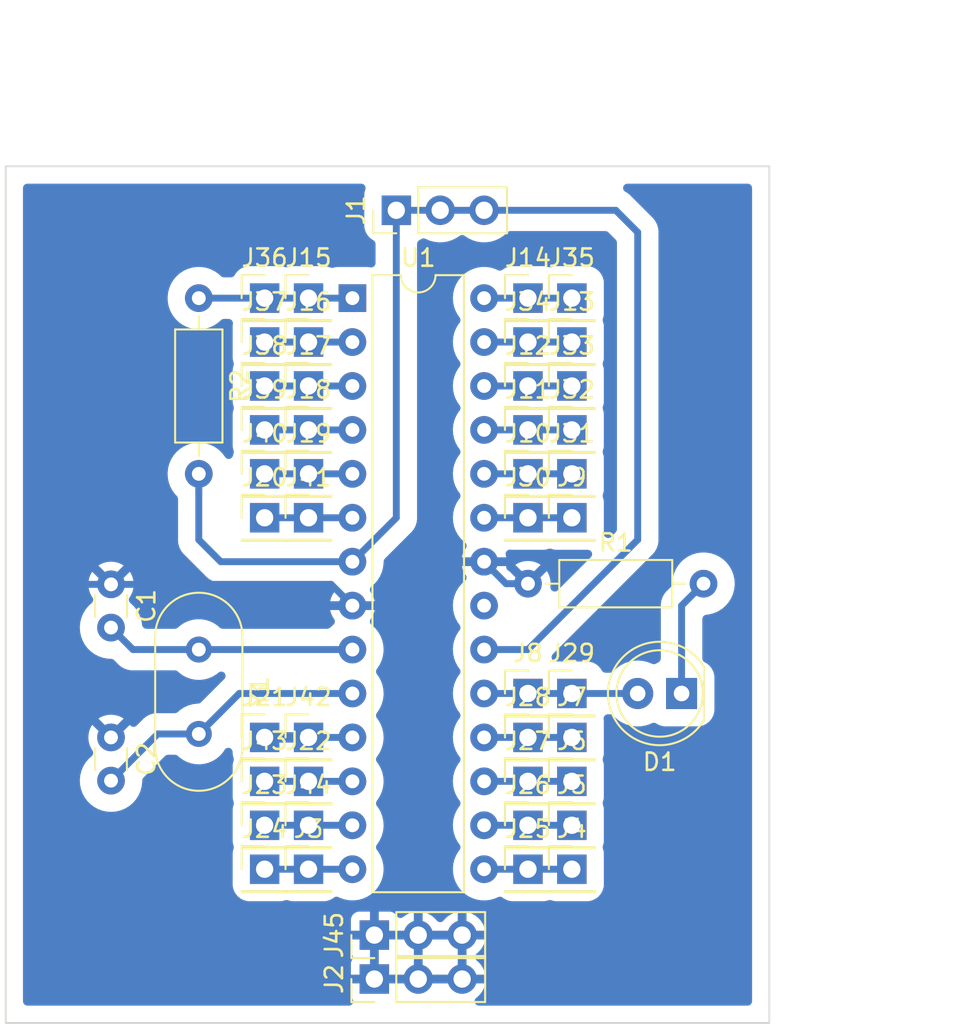
<source format=kicad_pcb>
(kicad_pcb (version 20240108) (generator "pcbnew") (generator_version "8.0")
  (layers (0 "F.Cu" signal) (31 "B.Cu" signal) (34 "B.Paste" user) (35 "F.Paste" user) (36 "B.SilkS" user "B.Silkscreen") (37 "F.SilkS" user "F.Silkscreen") (38 "B.Mask" user) (39 "F.Mask" user) (44 "Edge.Cuts" user))
  (net 0 "")
  (net 1 "GND")
  (net 2 "X1")
  (net 3 "X2")
  (net 4 "Net-(D1-Pad1)")
  (net 5 "D13")
  (net 6 "POWER_5V")
  (net 7 "RESET")
  (net 8 "Net-(U1-Pad21)")
  (net 9 "D8")
  (net 10 "D9")
  (net 11 "D10")
  (net 12 "D11")
  (net 13 "D12")
  (net 14 "A0")
  (net 15 "A1")
  (net 16 "A2")
  (net 17 "A3")
  (net 18 "A4")
  (net 19 "A5")
  (net 20 "D0")
  (net 21 "D1")
  (net 22 "D2")
  (net 23 "D3")
  (net 24 "D4")
  (net 25 "D5")
  (net 26 "D6")
  (net 27 "D7")
  (footprint "Capacitor_THT:C_Disc_D3.0mm_W1.6mm_P2.50mm" (layer "F.Cu") (at 63.5 73.7 -90)
    (property "Reference" "C1" (at 1.25 -2.05 90) (layer "F.SilkS"))
    (property "Value" "C")
    (pad "1" thru_hole circle (at 0 0 270) (size 1.6 1.6) (drill 0.8) (layers "*.Cu" "*.Mask") (net 1 "GND"))
    (pad "2" thru_hole circle (at 2.5 0 270) (size 1.6 1.6) (drill 0.8) (layers "*.Cu" "*.Mask") (net 2 "X1"))
  )
  (footprint "Capacitor_THT:C_Disc_D3.0mm_W1.6mm_P2.50mm" (layer "F.Cu") (at 63.5 82.55 -90)
    (property "Reference" "C2" (at 1.25 -2.05 90) (layer "F.SilkS"))
    (property "Value" "C")
    (pad "1" thru_hole circle (at 0 0 270) (size 1.6 1.6) (drill 0.8) (layers "*.Cu" "*.Mask") (net 1 "GND"))
    (pad "2" thru_hole circle (at 2.5 0 270) (size 1.6 1.6) (drill 0.8) (layers "*.Cu" "*.Mask") (net 3 "X2"))
  )
  (footprint "LED_THT:LED_D5.0mm" (layer "F.Cu") (at 96.52 80.01 180)
    (property "Reference" "D1" (at 1.27 -3.96 0) (layer "F.SilkS"))
    (property "Value" "LED")
    (pad "1" thru_hole rect (at 0 0 180) (size 1.8 1.8) (drill 0.9) (layers "*.Cu" "*.Mask") (net 4 "Net-(D1-Pad1)"))
    (pad "2" thru_hole circle (at 2.54 0 180) (size 1.8 1.8) (drill 0.9) (layers "*.Cu" "*.Mask") (net 5 "D13"))
  )
  (footprint "Connector_PinHeader_2.54mm:PinHeader_1x03_P2.54mm_Vertical" (layer "F.Cu") (at 80.01 52.07 90)
    (property "Reference" "J1" (at 0 -2.33 90) (layer "F.SilkS"))
    (property "Value" "+5V")
    (pad "1" thru_hole rect (at 0 0 90) (size 1.7 1.7) (drill 1) (layers "*.Cu" "*.Mask") (net 6 "POWER_5V"))
    (pad "2" thru_hole oval (at 0 2.54 90) (size 1.7 1.7) (drill 1) (layers "*.Cu" "*.Mask") (net 6 "POWER_5V"))
    (pad "3" thru_hole oval (at 0 5.08 90) (size 1.7 1.7) (drill 1) (layers "*.Cu" "*.Mask") (net 6 "POWER_5V"))
  )
  (footprint "Connector_PinHeader_2.54mm:PinHeader_1x03_P2.54mm_Vertical" (layer "F.Cu") (at 78.74 96.52 90)
    (property "Reference" "J2" (at 0 -2.33 90) (layer "F.SilkS"))
    (property "Value" "GND")
    (pad "1" thru_hole rect (at 0 0 90) (size 1.7 1.7) (drill 1) (layers "*.Cu" "*.Mask") (net 1 "GND"))
    (pad "2" thru_hole oval (at 0 2.54 90) (size 1.7 1.7) (drill 1) (layers "*.Cu" "*.Mask") (net 1 "GND"))
    (pad "3" thru_hole oval (at 0 5.08 90) (size 1.7 1.7) (drill 1) (layers "*.Cu" "*.Mask") (net 1 "GND"))
  )
  (footprint "Connector_PinHeader_2.54mm:PinHeader_1x01_P2.54mm_Vertical" (layer "F.Cu") (at 90.17 90.17)
    (property "Reference" "J4" (at 0 -2.33 0) (layer "F.SilkS"))
    (property "Value" "D9")
    (pad "1" thru_hole rect (at 0 0) (size 1.7 1.7) (drill 1) (layers "*.Cu" "*.Mask") (net 10 "D9"))
  )
  (footprint "Connector_PinHeader_2.54mm:PinHeader_1x01_P2.54mm_Vertical" (layer "F.Cu") (at 90.17 85.09)
    (property "Reference" "J6" (at 0 -2.33 0) (layer "F.SilkS"))
    (property "Value" "D11")
    (pad "1" thru_hole rect (at 0 0) (size 1.7 1.7) (drill 1) (layers "*.Cu" "*.Mask") (net 12 "D11"))
  )
  (footprint "Connector_PinHeader_2.54mm:PinHeader_1x01_P2.54mm_Vertical" (layer "F.Cu") (at 90.17 82.55)
    (property "Reference" "J7" (at 0 -2.33 0) (layer "F.SilkS"))
    (property "Value" "D12")
    (pad "1" thru_hole rect (at 0 0) (size 1.7 1.7) (drill 1) (layers "*.Cu" "*.Mask") (net 13 "D12"))
  )
  (footprint "Connector_PinHeader_2.54mm:PinHeader_1x01_P2.54mm_Vertical" (layer "F.Cu") (at 87.63 80.01)
    (property "Reference" "J8" (at 0 -2.33 0) (layer "F.SilkS"))
    (property "Value" "D13")
    (pad "1" thru_hole rect (at 0 0) (size 1.7 1.7) (drill 1) (layers "*.Cu" "*.Mask") (net 5 "D13"))
  )
  (footprint "Connector_PinHeader_2.54mm:PinHeader_1x01_P2.54mm_Vertical" (layer "F.Cu") (at 90.17 69.85)
    (property "Reference" "J9" (at 0 -2.33 0) (layer "F.SilkS"))
    (property "Value" "A0")
    (pad "1" thru_hole rect (at 0 0) (size 1.7 1.7) (drill 1) (layers "*.Cu" "*.Mask") (net 14 "A0"))
  )
  (footprint "Connector_PinHeader_2.54mm:PinHeader_1x01_P2.54mm_Vertical" (layer "F.Cu") (at 87.63 67.31)
    (property "Reference" "J10" (at 0 -2.33 0) (layer "F.SilkS"))
    (property "Value" "A1")
    (pad "1" thru_hole rect (at 0 0) (size 1.7 1.7) (drill 1) (layers "*.Cu" "*.Mask") (net 15 "A1"))
  )
  (footprint "Connector_PinHeader_2.54mm:PinHeader_1x01_P2.54mm_Vertical" (layer "F.Cu") (at 87.63 64.77)
    (property "Reference" "J11" (at 0 -2.33 0) (layer "F.SilkS"))
    (property "Value" "A2")
    (pad "1" thru_hole rect (at 0 0) (size 1.7 1.7) (drill 1) (layers "*.Cu" "*.Mask") (net 16 "A2"))
  )
  (footprint "Connector_PinHeader_2.54mm:PinHeader_1x01_P2.54mm_Vertical" (layer "F.Cu") (at 87.63 62.23)
    (property "Reference" "J12" (at 0 -2.33 0) (layer "F.SilkS"))
    (property "Value" "A3")
    (pad "1" thru_hole rect (at 0 0) (size 1.7 1.7) (drill 1) (layers "*.Cu" "*.Mask") (net 17 "A3"))
  )
  (footprint "Connector_PinHeader_2.54mm:PinHeader_1x01_P2.54mm_Vertical" (layer "F.Cu") (at 90.17 59.69)
    (property "Reference" "J13" (at 0 -2.33 0) (layer "F.SilkS"))
    (property "Value" "A4")
    (pad "1" thru_hole rect (at 0 0) (size 1.7 1.7) (drill 1) (layers "*.Cu" "*.Mask") (net 18 "A4"))
  )
  (footprint "Connector_PinHeader_2.54mm:PinHeader_1x01_P2.54mm_Vertical" (layer "F.Cu") (at 87.63 57.15)
    (property "Reference" "J14" (at 0 -2.33 0) (layer "F.SilkS"))
    (property "Value" "A5")
    (pad "1" thru_hole rect (at 0 0) (size 1.7 1.7) (drill 1) (layers "*.Cu" "*.Mask") (net 19 "A5"))
  )
  (footprint "Connector_PinHeader_2.54mm:PinHeader_1x01_P2.54mm_Vertical" (layer "F.Cu") (at 74.93 57.15)
    (property "Reference" "J15" (at 0 -2.33 0) (layer "F.SilkS"))
    (property "Value" "RESET")
    (pad "1" thru_hole rect (at 0 0) (size 1.7 1.7) (drill 1) (layers "*.Cu" "*.Mask") (net 7 "RESET"))
  )
  (footprint "Connector_PinHeader_2.54mm:PinHeader_1x01_P2.54mm_Vertical" (layer "F.Cu") (at 74.93 59.69)
    (property "Reference" "J16" (at 0 -2.33 0) (layer "F.SilkS"))
    (property "Value" "D0")
    (pad "1" thru_hole rect (at 0 0) (size 1.7 1.7) (drill 1) (layers "*.Cu" "*.Mask") (net 20 "D0"))
  )
  (footprint "Connector_PinHeader_2.54mm:PinHeader_1x01_P2.54mm_Vertical" (layer "F.Cu") (at 74.93 64.77)
    (property "Reference" "J18" (at 0 -2.33 0) (layer "F.SilkS"))
    (property "Value" "D2")
    (pad "1" thru_hole rect (at 0 0) (size 1.7 1.7) (drill 1) (layers "*.Cu" "*.Mask") (net 22 "D2"))
  )
  (footprint "Connector_PinHeader_2.54mm:PinHeader_1x01_P2.54mm_Vertical" (layer "F.Cu") (at 72.39 69.85)
    (property "Reference" "J20" (at 0 -2.33 0) (layer "F.SilkS"))
    (property "Value" "D4")
    (pad "1" thru_hole rect (at 0 0) (size 1.7 1.7) (drill 1) (layers "*.Cu" "*.Mask") (net 24 "D4"))
  )
  (footprint "Connector_PinHeader_2.54mm:PinHeader_1x01_P2.54mm_Vertical" (layer "F.Cu") (at 74.93 85.09)
    (property "Reference" "J22" (at 0 -2.33 0) (layer "F.SilkS"))
    (property "Value" "D6")
    (pad "1" thru_hole rect (at 0 0) (size 1.7 1.7) (drill 1) (layers "*.Cu" "*.Mask") (net 26 "D6"))
  )
  (footprint "Connector_PinHeader_2.54mm:PinHeader_1x01_P2.54mm_Vertical" (layer "F.Cu") (at 87.63 90.17)
    (property "Reference" "J25" (at 0 -2.33 0) (layer "F.SilkS"))
    (property "Value" "D8")
    (pad "1" thru_hole rect (at 0 0) (size 1.7 1.7) (drill 1) (layers "*.Cu" "*.Mask") (net 10 "D9"))
  )
  (footprint "Connector_PinHeader_2.54mm:PinHeader_1x01_P2.54mm_Vertical" (layer "F.Cu") (at 87.63 87.63)
    (property "Reference" "J26" (at 0 -2.33 0) (layer "F.SilkS"))
    (property "Value" "D8")
    (pad "1" thru_hole rect (at 0 0) (size 1.7 1.7) (drill 1) (layers "*.Cu" "*.Mask") (net 11 "D10"))
  )
  (footprint "Connector_PinHeader_2.54mm:PinHeader_1x01_P2.54mm_Vertical" (layer "F.Cu") (at 87.63 82.55)
    (property "Reference" "J28" (at 0 -2.33 0) (layer "F.SilkS"))
    (property "Value" "D8")
    (pad "1" thru_hole rect (at 0 0) (size 1.7 1.7) (drill 1) (layers "*.Cu" "*.Mask") (net 13 "D12"))
  )
  (footprint "Connector_PinHeader_2.54mm:PinHeader_1x01_P2.54mm_Vertical" (layer "F.Cu") (at 90.17 80.01)
    (property "Reference" "J29" (at 0 -2.33 0) (layer "F.SilkS"))
    (property "Value" "D8")
    (pad "1" thru_hole rect (at 0 0) (size 1.7 1.7) (drill 1) (layers "*.Cu" "*.Mask") (net 5 "D13"))
  )
  (footprint "Connector_PinHeader_2.54mm:PinHeader_1x01_P2.54mm_Vertical" (layer "F.Cu") (at 87.63 69.85)
    (property "Reference" "J30" (at 0 -2.33 0) (layer "F.SilkS"))
    (property "Value" "D8")
    (pad "1" thru_hole rect (at 0 0) (size 1.7 1.7) (drill 1) (layers "*.Cu" "*.Mask") (net 14 "A0"))
  )
  (footprint "Connector_PinHeader_2.54mm:PinHeader_1x01_P2.54mm_Vertical" (layer "F.Cu") (at 90.17 64.77)
    (property "Reference" "J32" (at 0 -2.33 0) (layer "F.SilkS"))
    (property "Value" "D8")
    (pad "1" thru_hole rect (at 0 0) (size 1.7 1.7) (drill 1) (layers "*.Cu" "*.Mask") (net 16 "A2"))
  )
  (footprint "Connector_PinHeader_2.54mm:PinHeader_1x01_P2.54mm_Vertical" (layer "F.Cu") (at 90.17 62.23)
    (property "Reference" "J33" (at 0 -2.33 0) (layer "F.SilkS"))
    (property "Value" "D8")
    (pad "1" thru_hole rect (at 0 0) (size 1.7 1.7) (drill 1) (layers "*.Cu" "*.Mask") (net 17 "A3"))
  )
  (footprint "Connector_PinHeader_2.54mm:PinHeader_1x01_P2.54mm_Vertical" (layer "F.Cu") (at 87.63 59.69)
    (property "Reference" "J34" (at 0 -2.33 0) (layer "F.SilkS"))
    (property "Value" "D8")
    (pad "1" thru_hole rect (at 0 0) (size 1.7 1.7) (drill 1) (layers "*.Cu" "*.Mask") (net 18 "A4"))
  )
  (footprint "Connector_PinHeader_2.54mm:PinHeader_1x01_P2.54mm_Vertical" (layer "F.Cu") (at 72.39 57.15)
    (property "Reference" "J36" (at 0 -2.33 0) (layer "F.SilkS"))
    (property "Value" "D8")
    (pad "1" thru_hole rect (at 0 0) (size 1.7 1.7) (drill 1) (layers "*.Cu" "*.Mask") (net 7 "RESET"))
  )
  (footprint "Connector_PinHeader_2.54mm:PinHeader_1x01_P2.54mm_Vertical" (layer "F.Cu") (at 72.39 59.69)
    (property "Reference" "J37" (at 0 -2.33 0) (layer "F.SilkS"))
    (property "Value" "D8")
    (pad "1" thru_hole rect (at 0 0) (size 1.7 1.7) (drill 1) (layers "*.Cu" "*.Mask") (net 20 "D0"))
  )
  (footprint "Connector_PinHeader_2.54mm:PinHeader_1x01_P2.54mm_Vertical" (layer "F.Cu") (at 72.39 62.23)
    (property "Reference" "J38" (at 0 -2.33 0) (layer "F.SilkS"))
    (property "Value" "D8")
    (pad "1" thru_hole rect (at 0 0) (size 1.7 1.7) (drill 1) (layers "*.Cu" "*.Mask") (net 21 "D1"))
  )
  (footprint "Connector_PinHeader_2.54mm:PinHeader_1x01_P2.54mm_Vertical" (layer "F.Cu") (at 72.39 64.77)
    (property "Reference" "J39" (at 0 -2.33 0) (layer "F.SilkS"))
    (property "Value" "D8")
    (pad "1" thru_hole rect (at 0 0) (size 1.7 1.7) (drill 1) (layers "*.Cu" "*.Mask") (net 22 "D2"))
  )
  (footprint "Connector_PinHeader_2.54mm:PinHeader_1x01_P2.54mm_Vertical" (layer "F.Cu") (at 72.39 67.31)
    (property "Reference" "J40" (at 0 -2.33 0) (layer "F.SilkS"))
    (property "Value" "D8")
    (pad "1" thru_hole rect (at 0 0) (size 1.7 1.7) (drill 1) (layers "*.Cu" "*.Mask") (net 23 "D3"))
  )
  (footprint "Connector_PinHeader_2.54mm:PinHeader_1x01_P2.54mm_Vertical" (layer "F.Cu") (at 74.93 69.85)
    (property "Reference" "J41" (at 0 -2.33 0) (layer "F.SilkS"))
    (property "Value" "D8")
    (pad "1" thru_hole rect (at 0 0) (size 1.7 1.7) (drill 1) (layers "*.Cu" "*.Mask") (net 24 "D4"))
  )
  (footprint "Connector_PinHeader_2.54mm:PinHeader_1x01_P2.54mm_Vertical" (layer "F.Cu") (at 74.93 82.55)
    (property "Reference" "J42" (at 0 -2.33 0) (layer "F.SilkS"))
    (property "Value" "D8")
    (pad "1" thru_hole rect (at 0 0) (size 1.7 1.7) (drill 1) (layers "*.Cu" "*.Mask") (net 25 "D5"))
  )
  (footprint "Connector_PinHeader_2.54mm:PinHeader_1x01_P2.54mm_Vertical" (layer "F.Cu") (at 72.39 85.09)
    (property "Reference" "J43" (at 0 -2.33 0) (layer "F.SilkS"))
    (property "Value" "D8")
    (pad "1" thru_hole rect (at 0 0) (size 1.7 1.7) (drill 1) (layers "*.Cu" "*.Mask") (net 26 "D6"))
  )
  (footprint "Resistor_THT:R_Axial_DIN0207_L6.3mm_D2.5mm_P10.16mm_Horizontal" (layer "F.Cu") (at 87.63 73.66)
    (property "Reference" "R1" (at 5.08 -2.37 0) (layer "F.SilkS"))
    (property "Value" "270")
    (pad "1" thru_hole circle (at 0 0) (size 1.6 1.6) (drill 0.8) (layers "*.Cu" "*.Mask") (net 1 "GND"))
    (pad "2" thru_hole oval (at 10.16 0) (size 1.6 1.6) (drill 0.8) (layers "*.Cu" "*.Mask") (net 4 "Net-(D1-Pad1)"))
  )
  (footprint "Package_DIP:DIP-28_W7.62mm" (layer "F.Cu") (at 77.47 57.15)
    (property "Reference" "U1" (at 3.81 -2.33 0) (layer "F.SilkS"))
    (property "Value" "ATmega328-PU")
    (pad "1" thru_hole rect (at 0 0) (size 1.6 1.6) (drill 0.8) (layers "*.Cu" "*.Mask") (net 7 "RESET"))
    (pad "2" thru_hole oval (at 0 2.54) (size 1.6 1.6) (drill 0.8) (layers "*.Cu" "*.Mask") (net 20 "D0"))
    (pad "3" thru_hole oval (at 0 5.08) (size 1.6 1.6) (drill 0.8) (layers "*.Cu" "*.Mask") (net 21 "D1"))
    (pad "4" thru_hole oval (at 0 7.62) (size 1.6 1.6) (drill 0.8) (layers "*.Cu" "*.Mask") (net 22 "D2"))
    (pad "5" thru_hole oval (at 0 10.16) (size 1.6 1.6) (drill 0.8) (layers "*.Cu" "*.Mask") (net 23 "D3"))
    (pad "6" thru_hole oval (at 0 12.7) (size 1.6 1.6) (drill 0.8) (layers "*.Cu" "*.Mask") (net 24 "D4"))
    (pad "7" thru_hole oval (at 0 15.24) (size 1.6 1.6) (drill 0.8) (layers "*.Cu" "*.Mask") (net 6 "POWER_5V"))
    (pad "8" thru_hole oval (at 0 17.78) (size 1.6 1.6) (drill 0.8) (layers "*.Cu" "*.Mask") (net 1 "GND"))
    (pad "9" thru_hole oval (at 0 20.32) (size 1.6 1.6) (drill 0.8) (layers "*.Cu" "*.Mask") (net 2 "X1"))
    (pad "10" thru_hole oval (at 0 22.86) (size 1.6 1.6) (drill 0.8) (layers "*.Cu" "*.Mask") (net 3 "X2"))
    (pad "11" thru_hole oval (at 0 25.4) (size 1.6 1.6) (drill 0.8) (layers "*.Cu" "*.Mask") (net 25 "D5"))
    (pad "12" thru_hole oval (at 0 27.94) (size 1.6 1.6) (drill 0.8) (layers "*.Cu" "*.Mask") (net 26 "D6"))
    (pad "13" thru_hole oval (at 0 30.48) (size 1.6 1.6) (drill 0.8) (layers "*.Cu" "*.Mask") (net 27 "D7"))
    (pad "14" thru_hole oval (at 0 33.02) (size 1.6 1.6) (drill 0.8) (layers "*.Cu" "*.Mask") (net 9 "D8"))
    (pad "15" thru_hole oval (at 7.62 33.02) (size 1.6 1.6) (drill 0.8) (layers "*.Cu" "*.Mask") (net 10 "D9"))
    (pad "16" thru_hole oval (at 7.62 30.48) (size 1.6 1.6) (drill 0.8) (layers "*.Cu" "*.Mask") (net 11 "D10"))
    (pad "17" thru_hole oval (at 7.62 27.94) (size 1.6 1.6) (drill 0.8) (layers "*.Cu" "*.Mask") (net 12 "D11"))
    (pad "18" thru_hole oval (at 7.62 25.4) (size 1.6 1.6) (drill 0.8) (layers "*.Cu" "*.Mask") (net 13 "D12"))
    (pad "19" thru_hole oval (at 7.62 22.86) (size 1.6 1.6) (drill 0.8) (layers "*.Cu" "*.Mask") (net 5 "D13"))
    (pad "20" thru_hole oval (at 7.62 20.32) (size 1.6 1.6) (drill 0.8) (layers "*.Cu" "*.Mask") (net 6 "POWER_5V"))
    (pad "21" thru_hole oval (at 7.62 17.78) (size 1.6 1.6) (drill 0.8) (layers "*.Cu" "*.Mask") (net 8 "Net-(U1-Pad21)"))
    (pad "22" thru_hole oval (at 7.62 15.24) (size 1.6 1.6) (drill 0.8) (layers "*.Cu" "*.Mask") (net 1 "GND"))
    (pad "23" thru_hole oval (at 7.62 12.7) (size 1.6 1.6) (drill 0.8) (layers "*.Cu" "*.Mask") (net 14 "A0"))
    (pad "24" thru_hole oval (at 7.62 10.16) (size 1.6 1.6) (drill 0.8) (layers "*.Cu" "*.Mask") (net 15 "A1"))
    (pad "25" thru_hole oval (at 7.62 7.62) (size 1.6 1.6) (drill 0.8) (layers "*.Cu" "*.Mask") (net 16 "A2"))
    (pad "26" thru_hole oval (at 7.62 5.08) (size 1.6 1.6) (drill 0.8) (layers "*.Cu" "*.Mask") (net 17 "A3"))
    (pad "27" thru_hole oval (at 7.62 2.54) (size 1.6 1.6) (drill 0.8) (layers "*.Cu" "*.Mask") (net 18 "A4"))
    (pad "28" thru_hole oval (at 7.62 0) (size 1.6 1.6) (drill 0.8) (layers "*.Cu" "*.Mask") (net 19 "A5"))
  )
  (footprint "Crystal:Crystal_HC49-4H_Vertical" (layer "F.Cu") (at 68.58 77.47 -90)
    (property "Reference" "Y1" (at 2.44 -3.525 90) (layer "F.SilkS"))
    (property "Value" "Crystal")
    (pad "1" thru_hole circle (at 0 0 270) (size 1.5 1.5) (drill 0.8) (layers "*.Cu" "*.Mask") (net 2 "X1"))
    (pad "2" thru_hole circle (at 4.88 0 270) (size 1.5 1.5) (drill 0.8) (layers "*.Cu" "*.Mask") (net 3 "X2"))
  )
  (footprint "Resistor_THT:R_Axial_DIN0207_L6.3mm_D2.5mm_P10.16mm_Horizontal" (layer "F.Cu") (at 68.58 57.15 -90)
    (property "Reference" "R2" (at 5.08 -2.37 90) (layer "F.SilkS"))
    (property "Value" "10k")
    (pad "1" thru_hole circle (at 0 0 270) (size 1.6 1.6) (drill 0.8) (layers "*.Cu" "*.Mask") (net 7 "RESET"))
    (pad "2" thru_hole oval (at 10.16 0 270) (size 1.6 1.6) (drill 0.8) (layers "*.Cu" "*.Mask") (net 6 "POWER_5V"))
  )
  (footprint "Connector_PinHeader_2.54mm:PinHeader_1x01_P2.54mm_Vertical" (layer "F.Cu") (at 74.93 62.23)
    (property "Reference" "J17" (at 0 -2.33 0) (layer "F.SilkS"))
    (property "Value" "D1")
    (pad "1" thru_hole rect (at 0 0) (size 1.7 1.7) (drill 1) (layers "*.Cu" "*.Mask") (net 21 "D1"))
  )
  (footprint "Connector_PinHeader_2.54mm:PinHeader_1x01_P2.54mm_Vertical" (layer "F.Cu") (at 90.17 87.63)
    (property "Reference" "J5" (at 0 -2.33 0) (layer "F.SilkS"))
    (property "Value" "D10")
    (pad "1" thru_hole rect (at 0 0) (size 1.7 1.7) (drill 1) (layers "*.Cu" "*.Mask") (net 11 "D10"))
  )
  (footprint "Connector_PinHeader_2.54mm:PinHeader_1x01_P2.54mm_Vertical" (layer "F.Cu") (at 90.17 57.15)
    (property "Reference" "J35" (at 0 -2.33 0) (layer "F.SilkS"))
    (property "Value" "D8")
    (pad "1" thru_hole rect (at 0 0) (size 1.7 1.7) (drill 1) (layers "*.Cu" "*.Mask") (net 19 "A5"))
  )
  (footprint "Connector_PinHeader_2.54mm:PinHeader_1x01_P2.54mm_Vertical" (layer "F.Cu") (at 74.93 87.63)
    (property "Reference" "J44" (at 0 -2.33 0) (layer "F.SilkS"))
    (property "Value" "D8")
    (pad "1" thru_hole rect (at 0 0) (size 1.7 1.7) (drill 1) (layers "*.Cu" "*.Mask") (net 27 "D7"))
  )
  (footprint "Connector_PinHeader_2.54mm:PinHeader_1x01_P2.54mm_Vertical" (layer "F.Cu") (at 72.39 82.55)
    (property "Reference" "J21" (at 0 -2.33 0) (layer "F.SilkS"))
    (property "Value" "D5")
    (pad "1" thru_hole rect (at 0 0) (size 1.7 1.7) (drill 1) (layers "*.Cu" "*.Mask") (net 25 "D5"))
  )
  (footprint "Connector_PinHeader_2.54mm:PinHeader_1x01_P2.54mm_Vertical" (layer "F.Cu") (at 74.93 67.31)
    (property "Reference" "J19" (at 0 -2.33 0) (layer "F.SilkS"))
    (property "Value" "D3")
    (pad "1" thru_hole rect (at 0 0) (size 1.7 1.7) (drill 1) (layers "*.Cu" "*.Mask") (net 23 "D3"))
  )
  (footprint "Connector_PinHeader_2.54mm:PinHeader_1x01_P2.54mm_Vertical" (layer "F.Cu") (at 87.63 85.09)
    (property "Reference" "J27" (at 0 -2.33 0) (layer "F.SilkS"))
    (property "Value" "D8")
    (pad "1" thru_hole rect (at 0 0) (size 1.7 1.7) (drill 1) (layers "*.Cu" "*.Mask") (net 12 "D11"))
  )
  (footprint "Connector_PinHeader_2.54mm:PinHeader_1x01_P2.54mm_Vertical" (layer "F.Cu") (at 90.17 67.31)
    (property "Reference" "J31" (at 0 -2.33 0) (layer "F.SilkS"))
    (property "Value" "D8")
    (pad "1" thru_hole rect (at 0 0) (size 1.7 1.7) (drill 1) (layers "*.Cu" "*.Mask") (net 15 "A1"))
  )
  (footprint "Connector_PinHeader_2.54mm:PinHeader_1x01_P2.54mm_Vertical" (layer "F.Cu") (at 72.39 90.17)
    (property "Reference" "J24" (at 0 -2.33 0) (layer "F.SilkS"))
    (property "Value" "D8")
    (pad "1" thru_hole rect (at 0 0) (size 1.7 1.7) (drill 1) (layers "*.Cu" "*.Mask") (net 9 "D8"))
  )
  (footprint "Connector_PinHeader_2.54mm:PinHeader_1x01_P2.54mm_Vertical" (layer "F.Cu") (at 72.39 87.63)
    (property "Reference" "J23" (at 0 -2.33 0) (layer "F.SilkS"))
    (property "Value" "D7")
    (pad "1" thru_hole rect (at 0 0) (size 1.7 1.7) (drill 1) (layers "*.Cu" "*.Mask") (net 27 "D7"))
  )
  (footprint "Connector_PinHeader_2.54mm:PinHeader_1x01_P2.54mm_Vertical" (layer "F.Cu") (at 74.93 90.17)
    (property "Reference" "J3" (at 0 -2.33 0) (layer "F.SilkS"))
    (property "Value" "D8")
    (pad "1" thru_hole rect (at 0 0) (size 1.7 1.7) (drill 1) (layers "*.Cu" "*.Mask") (net 9 "D8"))
  )
  (footprint "Connector_PinHeader_2.54mm:PinHeader_1x03_P2.54mm_Vertical" (layer "F.Cu") (at 78.74 93.98 90)
    (property "Reference" "J45" (at 0 -2.33 90) (layer "F.SilkS"))
    (property "Value" "GND")
    (pad "1" thru_hole rect (at 0 0 90) (size 1.7 1.7) (drill 1) (layers "*.Cu" "*.Mask") (net 1 "GND"))
    (pad "2" thru_hole oval (at 0 2.54 90) (size 1.7 1.7) (drill 1) (layers "*.Cu" "*.Mask") (net 1 "GND"))
    (pad "3" thru_hole oval (at 0 5.08 90) (size 1.7 1.7) (drill 1) (layers "*.Cu" "*.Mask") (net 1 "GND"))
  )
  (gr_rect (start 57.404 49.53) (end 101.6 99.06) (stroke (width 0.1)) (fill none) (layer "Edge.Cuts"))
  (segment (start 87.63 73.66) (end 86.36 73.66) (width 0.4) (layer "B.Cu") (net 1))
  (segment (start 81.28 93.98) (end 83.82 93.98) (width 0.4) (layer "B.Cu") (net 1))
  (segment (start 86.36 73.66) (end 85.09 72.39) (width 0.4) (layer "B.Cu") (net 1))
  (segment (start 78.74 93.98) (end 78.74 96.52) (width 0.4) (layer "B.Cu") (net 1))
  (segment (start 81.28 93.98) (end 81.28 96.52) (width 0.4) (layer "B.Cu") (net 1))
  (segment (start 80.01 93.98) (end 83.82 93.98) (width 0.4) (layer "B.Cu") (net 1))
  (segment (start 78.74 93.98) (end 80.01 93.98) (width 0.4) (layer "B.Cu") (net 1))
  (segment (start 63.5 73.7) (end 76.24 73.7) (width 0.4) (layer "B.Cu") (net 1))
  (segment (start 81.28 93.98) (end 80.01 93.98) (width 0.4) (layer "B.Cu") (net 1))
  (segment (start 63.5 73.7) (end 60.92 73.7) (width 0.4) (layer "B.Cu") (net 1))
  (segment (start 59.69 74.93) (end 59.69 78.74) (width 0.4) (layer "B.Cu") (net 1))
  (segment (start 59.69 78.74) (end 63.5 82.55) (width 0.4) (layer "B.Cu") (net 1))
  (segment (start 83.82 96.52) (end 81.28 96.52) (width 0.4) (layer "B.Cu") (net 1))
  (segment (start 83.82 93.98) (end 83.82 96.52) (width 0.4) (layer "B.Cu") (net 1))
  (segment (start 81.28 96.52) (end 78.74 96.52) (width 0.4) (layer "B.Cu") (net 1))
  (segment (start 76.24 73.7) (end 77.47 74.93) (width 0.4) (layer "B.Cu") (net 1))
  (segment (start 60.92 73.7) (end 59.69 74.93) (width 0.4) (layer "B.Cu") (net 1))
  (segment (start 68.58 77.47) (end 64.77 77.47) (width 0.4) (layer "B.Cu") (net 2))
  (segment (start 68.58 77.47) (end 77.47 77.47) (width 0.4) (layer "B.Cu") (net 2))
  (segment (start 64.77 77.47) (end 63.5 76.2) (width 0.4) (layer "B.Cu") (net 2))
  (segment (start 66.2 82.35) (end 63.5 85.05) (width 0.4) (layer "B.Cu") (net 3))
  (segment (start 77.47 80.01) (end 70.92 80.01) (width 0.4) (layer "B.Cu") (net 3))
  (segment (start 68.58 82.35) (end 66.2 82.35) (width 0.4) (layer "B.Cu") (net 3))
  (segment (start 70.92 80.01) (end 68.58 82.35) (width 0.4) (layer "B.Cu") (net 3))
  (segment (start 96.52 74.93) (end 97.79 73.66) (width 0.4) (layer "B.Cu") (net 4))
  (segment (start 96.52 80.01) (end 96.52 74.93) (width 0.4) (layer "B.Cu") (net 4))
  (segment (start 87.63 80.01) (end 85.09 80.01) (width 0.4) (layer "B.Cu") (net 5))
  (segment (start 93.98 80.01) (end 90.17 80.01) (width 0.4) (layer "B.Cu") (net 5))
  (segment (start 90.17 80.01) (end 87.63 80.01) (width 0.4) (layer "B.Cu") (net 5))
  (segment (start 69.85 72.39) (end 68.58 71.12) (width 0.4) (layer "B.Cu") (net 6))
  (segment (start 82.55 52.07) (end 80.01 52.07) (width 0.4) (layer "B.Cu") (net 6))
  (segment (start 80.01 69.85) (end 77.47 72.39) (width 0.4) (layer "B.Cu") (net 6))
  (segment (start 85.09 52.07) (end 82.55 52.07) (width 0.4) (layer "B.Cu") (net 6))
  (segment (start 77.47 72.39) (end 78.570001 71.289999) (width 0.4) (layer "B.Cu") (net 6))
  (segment (start 93.98 53.34) (end 92.71 52.07) (width 0.4) (layer "B.Cu") (net 6))
  (segment (start 68.58 71.12) (end 68.58 67.31) (width 0.4) (layer "B.Cu") (net 6))
  (segment (start 77.47 72.39) (end 69.85 72.39) (width 0.4) (layer "B.Cu") (net 6))
  (segment (start 68.58 67.31) (end 68.58 68.44137) (width 0.4) (layer "B.Cu") (net 6))
  (segment (start 80.01 52.07) (end 80.01 69.85) (width 0.4) (layer "B.Cu") (net 6))
  (segment (start 85.09 77.47) (end 87.63 77.47) (width 0.4) (layer "B.Cu") (net 6))
  (segment (start 87.63 77.47) (end 93.98 71.12) (width 0.4) (layer "B.Cu") (net 6))
  (segment (start 92.71 52.07) (end 85.09 52.07) (width 0.4) (layer "B.Cu") (net 6))
  (segment (start 93.98 71.12) (end 93.98 53.34) (width 0.4) (layer "B.Cu") (net 6))
  (segment (start 77.47 57.15) (end 74.93 57.15) (width 0.4) (layer "B.Cu") (net 7))
  (segment (start 68.58 57.15) (end 72.39 57.15) (width 0.4) (layer "B.Cu") (net 7))
  (segment (start 72.39 57.15) (end 74.93 57.15) (width 0.4) (layer "B.Cu") (net 7))
  (segment (start 74.93 90.17) (end 72.39 90.17) (width 0.4) (layer "B.Cu") (net 9))
  (segment (start 77.47 90.17) (end 74.93 90.17) (width 0.4) (layer "B.Cu") (net 9))
  (segment (start 90.17 90.17) (end 87.63 90.17) (width 0.4) (layer "B.Cu") (net 10))
  (segment (start 87.63 90.17) (end 85.09 90.17) (width 0.4) (layer "B.Cu") (net 10))
  (segment (start 85.09 87.63) (end 87.63 87.63) (width 0.4) (layer "B.Cu") (net 11))
  (segment (start 87.63 87.63) (end 90.17 87.63) (width 0.4) (layer "B.Cu") (net 11))
  (segment (start 85.09 85.09) (end 87.63 85.09) (width 0.4) (layer "B.Cu") (net 12))
  (segment (start 90.17 85.09) (end 87.63 85.09) (width 0.4) (layer "B.Cu") (net 12))
  (segment (start 87.63 82.55) (end 90.17 82.55) (width 0.4) (layer "B.Cu") (net 13))
  (segment (start 85.09 82.55) (end 87.63 82.55) (width 0.4) (layer "B.Cu") (net 13))
  (segment (start 90.17 69.85) (end 87.63 69.85) (width 0.4) (layer "B.Cu") (net 14))
  (segment (start 87.63 69.85) (end 85.09 69.85) (width 0.4) (layer "B.Cu") (net 14))
  (segment (start 85.09 67.31) (end 87.63 67.31) (width 0.4) (layer "B.Cu") (net 15))
  (segment (start 87.63 67.31) (end 90.17 67.31) (width 0.4) (layer "B.Cu") (net 15))
  (segment (start 87.63 64.77) (end 90.17 64.77) (width 0.4) (layer "B.Cu") (net 16))
  (segment (start 85.09 64.77) (end 87.63 64.77) (width 0.4) (layer "B.Cu") (net 16))
  (segment (start 85.09 62.23) (end 87.63 62.23) (width 0.4) (layer "B.Cu") (net 17))
  (segment (start 87.63 62.23) (end 90.17 62.23) (width 0.4) (layer "B.Cu") (net 17))
  (segment (start 85.09 59.69) (end 87.63 59.69) (width 0.4) (layer "B.Cu") (net 18))
  (segment (start 87.63 59.69) (end 90.17 59.69) (width 0.4) (layer "B.Cu") (net 18))
  (segment (start 87.63 57.15) (end 90.17 57.15) (width 0.4) (layer "B.Cu") (net 19))
  (segment (start 85.09 57.15) (end 87.63 57.15) (width 0.4) (layer "B.Cu") (net 19))
  (segment (start 74.93 59.69) (end 77.47 59.69) (width 0.4) (layer "B.Cu") (net 20))
  (segment (start 72.39 59.69) (end 74.93 59.69) (width 0.4) (layer "B.Cu") (net 20))
  (segment (start 77.47 62.23) (end 74.93 62.23) (width 0.4) (layer "B.Cu") (net 21))
  (segment (start 74.93 62.23) (end 72.39 62.23) (width 0.4) (layer "B.Cu") (net 21))
  (segment (start 77.47 64.77) (end 74.93 64.77) (width 0.4) (layer "B.Cu") (net 22))
  (segment (start 72.39 64.77) (end 74.93 64.77) (width 0.4) (layer "B.Cu") (net 22))
  (segment (start 74.93 67.31) (end 72.39 67.31) (width 0.4) (layer "B.Cu") (net 23))
  (segment (start 77.47 67.31) (end 74.93 67.31) (width 0.4) (layer "B.Cu") (net 23))
  (segment (start 72.39 69.85) (end 74.93 69.85) (width 0.4) (layer "B.Cu") (net 24))
  (segment (start 74.93 69.85) (end 77.47 69.85) (width 0.4) (layer "B.Cu") (net 24))
  (segment (start 72.39 82.55) (end 74.93 82.55) (width 0.6) (layer "B.Cu") (net 25))
  (segment (start 74.93 82.55) (end 77.47 82.55) (width 0.4) (layer "B.Cu") (net 25))
  (segment (start 74.93 85.09) (end 72.39 85.09) (width 0.4) (layer "B.Cu") (net 26))
  (segment (start 77.47 85.09) (end 74.93 85.09) (width 0.4) (layer "B.Cu") (net 26))
  (segment (start 72.39 87.63) (end 74.93 87.63) (width 0.4) (layer "B.Cu") (net 27))
  (segment (start 74.93 87.63) (end 77.47 87.63) (width 0.4) (layer "B.Cu") (net 27))
  (zone (net 1) (net_name "GND") (layer "B.Cu") (connect_pads (clearance 1)) (min_thickness 0.507) (fill yes (thermal_gap 0.508) (thermal_bridge_width 0.508))
    (polygon (pts (xy 101.6 99.06) (xy 57.15 99.06) (xy 57.15 49.53) (xy 101.6 49.53)))
  )
)
</source>
